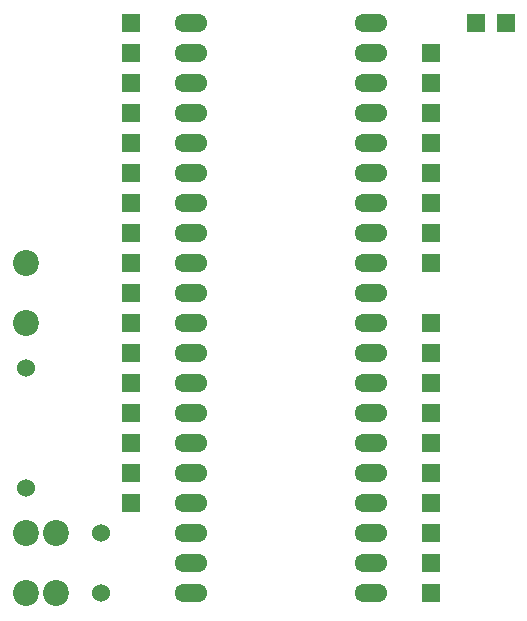
<source format=gbr>
G04 EasyPC Gerber Version 20.0.2 Build 4112 *
G04 #@! TF.Part,Single*
G04 #@! TF.FileFunction,Copper,L1,Top *
%FSLAX35Y35*%
%MOIN*%
G04 #@! TA.AperFunction,ComponentPad*
%ADD17R,0.06000X0.06000*%
%ADD13O,0.11000X0.06000*%
%ADD16C,0.06000*%
%ADD26C,0.08661*%
X0Y0D02*
D02*
D13*
X83250Y20250D03*
Y30250D03*
Y40250D03*
Y50250D03*
Y60250D03*
Y70250D03*
Y80250D03*
Y90250D03*
Y100250D03*
Y110250D03*
Y120250D03*
Y130250D03*
Y140250D03*
Y150250D03*
Y160250D03*
Y170250D03*
Y180250D03*
Y190250D03*
Y200250D03*
Y210250D03*
X143250Y20250D03*
Y30250D03*
Y40250D03*
Y50250D03*
Y60250D03*
Y70250D03*
Y80250D03*
Y90250D03*
Y100250D03*
Y110250D03*
Y120250D03*
Y130250D03*
Y140250D03*
Y150250D03*
Y160250D03*
Y170250D03*
Y180250D03*
Y190250D03*
Y200250D03*
Y210250D03*
D02*
D16*
X28250Y55250D03*
Y95250D03*
X53250Y20250D03*
Y40250D03*
D02*
D17*
X63250Y50250D03*
Y60250D03*
Y70250D03*
Y80250D03*
Y90250D03*
Y100250D03*
Y110250D03*
Y120250D03*
Y130250D03*
Y140250D03*
Y150250D03*
Y160250D03*
Y170250D03*
Y180250D03*
Y190250D03*
Y200250D03*
Y210250D03*
X163250Y20250D03*
Y30250D03*
Y40250D03*
Y50250D03*
Y60250D03*
Y70250D03*
Y80250D03*
Y90250D03*
Y100250D03*
Y110250D03*
Y130250D03*
Y140250D03*
Y150250D03*
Y160250D03*
Y170250D03*
Y180250D03*
Y190250D03*
Y200250D03*
X178250Y210250D03*
X188250D03*
D02*
D26*
X28250Y20250D03*
Y40250D03*
Y110250D03*
Y130250D03*
X38250Y20250D03*
Y40250D03*
X0Y0D02*
M02*

</source>
